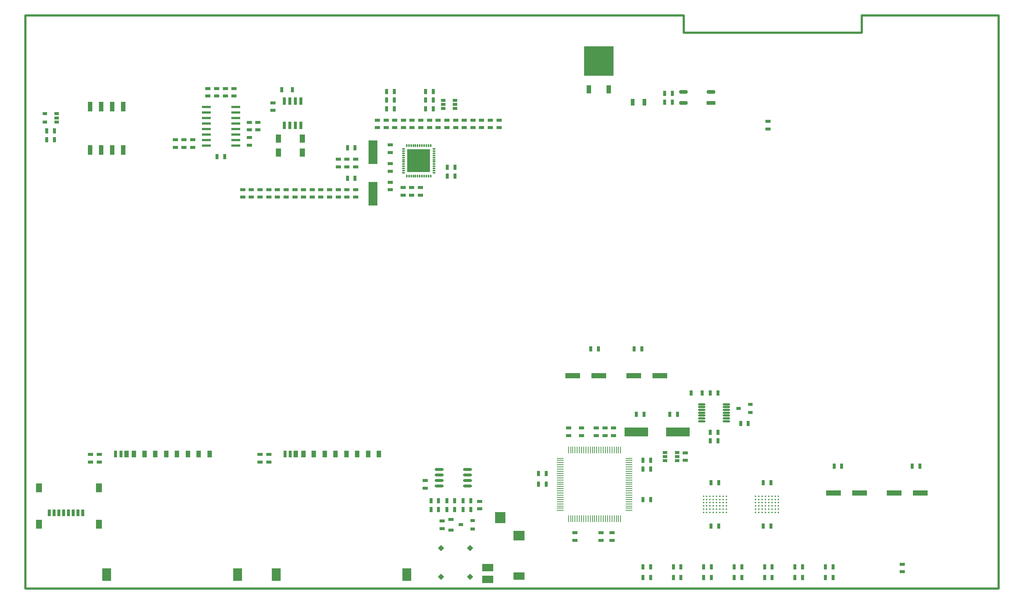
<source format=gtp>
%FSLAX44Y44*%
%MOMM*%
G71*
G01*
G75*
G04 Layer_Color=8421504*
%ADD10C,0.2000*%
%ADD11R,2.0000X3.0000*%
%ADD12R,1.0000X1.5000*%
%ADD13R,0.7000X1.5000*%
%ADD14R,1.0000X2.2000*%
%ADD15R,2.6000X1.8000*%
%ADD16R,2.4000X2.5000*%
%ADD17R,2.6000X2.2000*%
%ADD18R,3.5000X1.2000*%
%ADD19R,0.9500X1.6500*%
%ADD20R,0.9900X0.6900*%
%ADD21R,0.7500X1.3000*%
%ADD22R,1.0000X1.9000*%
%ADD23R,6.8000X6.9000*%
%ADD24P,1.4142X4X180.0*%
%ADD25P,1.4142X4X90.0*%
%ADD26O,1.7000X0.4500*%
%ADD27R,5.3000X5.3000*%
%ADD28O,0.3000X0.8000*%
%ADD29O,0.8000X0.3000*%
%ADD30R,2.0000X0.6000*%
%ADD31O,2.1000X0.6000*%
%ADD32R,1.5500X0.2500*%
%ADD33R,0.2500X1.5500*%
%ADD34R,0.6500X1.7500*%
%ADD35O,2.0320X0.8890*%
%ADD36R,2.0320X0.8890*%
%ADD37R,1.4500X2.0000*%
%ADD38R,0.8000X1.5000*%
%ADD39R,5.5000X2.0000*%
%ADD40R,1.3000X1.9000*%
%ADD41C,0.3500*%
%ADD42R,1.3000X0.7500*%
%ADD43R,2.0000X5.5000*%
%ADD44C,1.0000*%
%ADD45C,2.5000*%
%ADD46C,0.2500*%
%ADD47C,0.5000*%
%ADD48C,1.5000*%
%ADD49C,1.8000*%
%ADD50C,0.1500*%
%ADD51C,0.1250*%
%ADD52C,1.9000*%
%ADD53R,1.9000X1.9000*%
%ADD54O,3.2000X1.4000*%
%ADD55O,1.3000X3.5000*%
%ADD56O,3.7000X1.4000*%
%ADD57R,3.6000X2.6000*%
%ADD58C,1.8000*%
%ADD59C,2.4000*%
%ADD60C,3.0000*%
%ADD61R,2.5000X2.5000*%
%ADD62C,2.5000*%
%ADD63C,5.0000*%
%ADD64C,1.8000*%
%ADD65R,1.8000X1.8000*%
%ADD66C,4.6000*%
%ADD67O,3.0000X1.4000*%
%ADD68O,1.4000X3.0000*%
%ADD69C,1.7000*%
%ADD70O,1.4000X2.0000*%
%ADD71C,2.5400*%
%ADD72R,2.0320X2.0320*%
%ADD73C,2.0320*%
%ADD74C,1.5000*%
%ADD75R,1.5000X1.5000*%
%ADD76C,1.6510*%
%ADD77R,1.6510X1.6510*%
%ADD78C,7.0000*%
%ADD79R,1.6510X1.6510*%
%ADD80C,0.6000*%
%ADD81C,1.0000*%
%ADD82C,0.4000*%
%ADD83C,0.2540*%
%ADD84C,0.1778*%
%ADD85C,0.6000*%
%ADD86C,0.1250*%
%ADD87C,0.2032*%
%ADD88C,0.0100*%
%ADD89C,0.0800*%
%ADD90C,0.1270*%
%ADD91R,1.0000X3.2500*%
%ADD92R,0.9000X1.4500*%
%ADD93R,1.1000X0.2000*%
%ADD94R,1.0001X3.2500*%
%ADD95R,1.0000X3.2500*%
D11*
X488200Y32500D02*
D03*
X187200D02*
D03*
X878200D02*
D03*
X577200D02*
D03*
D12*
X423800Y310000D02*
D03*
X232500D02*
D03*
X249500D02*
D03*
X398800D02*
D03*
X373800D02*
D03*
X348800D02*
D03*
X323800D02*
D03*
X298800D02*
D03*
X273800D02*
D03*
X813800D02*
D03*
X622500D02*
D03*
X639500D02*
D03*
X788800D02*
D03*
X763800D02*
D03*
X738800D02*
D03*
X713800D02*
D03*
X688800D02*
D03*
X663800D02*
D03*
D13*
X207500D02*
D03*
X219500D02*
D03*
X597500D02*
D03*
X609500D02*
D03*
D14*
X225400Y1010000D02*
D03*
X200000D02*
D03*
X174600D02*
D03*
X149200D02*
D03*
Y1110000D02*
D03*
X174600D02*
D03*
X200000D02*
D03*
X225400D02*
D03*
D15*
X1064000Y21000D02*
D03*
Y48000D02*
D03*
X1136000Y29000D02*
D03*
D16*
X1093000Y163000D02*
D03*
D17*
X1136000Y122000D02*
D03*
D18*
X1920000Y220000D02*
D03*
X1860000D02*
D03*
X2060000D02*
D03*
X2000000D02*
D03*
X1320000Y490000D02*
D03*
X1260000D02*
D03*
X1400000D02*
D03*
X1460000D02*
D03*
D19*
X1424750Y1120000D02*
D03*
X1397250D02*
D03*
D20*
X961250Y1115000D02*
D03*
Y1105500D02*
D03*
Y1124500D02*
D03*
X988750D02*
D03*
Y1115000D02*
D03*
Y1105500D02*
D03*
X1029750Y137500D02*
D03*
Y156500D02*
D03*
X1002250Y147000D02*
D03*
X44250Y1074500D02*
D03*
Y1093500D02*
D03*
X71750D02*
D03*
Y1084000D02*
D03*
Y1074500D02*
D03*
X1668750Y405500D02*
D03*
Y424500D02*
D03*
X1641250Y415000D02*
D03*
X1499750Y304000D02*
D03*
Y313500D02*
D03*
Y294500D02*
D03*
X1472250D02*
D03*
Y304000D02*
D03*
Y313500D02*
D03*
D21*
X614500Y1149000D02*
D03*
X589500D02*
D03*
X1561250Y50000D02*
D03*
X1578750D02*
D03*
X1561250Y25000D02*
D03*
X1578750D02*
D03*
X1841250D02*
D03*
X1858750D02*
D03*
X1841250Y50000D02*
D03*
X1858750D02*
D03*
X1578250Y244000D02*
D03*
X1595750D02*
D03*
Y144000D02*
D03*
X1578250D02*
D03*
X1576250Y360000D02*
D03*
X1593750D02*
D03*
X1007250Y182000D02*
D03*
X1024750D02*
D03*
X1007250Y202000D02*
D03*
X1024750D02*
D03*
X970250D02*
D03*
X987750D02*
D03*
X970250Y182000D02*
D03*
X987750D02*
D03*
X933250Y202000D02*
D03*
X950750D02*
D03*
X933250Y182000D02*
D03*
X950750D02*
D03*
X1715750Y144000D02*
D03*
X1698250D02*
D03*
Y244000D02*
D03*
X1715750D02*
D03*
X1500750Y401000D02*
D03*
X1483250D02*
D03*
X1406250D02*
D03*
X1423750D02*
D03*
X1421250Y295000D02*
D03*
X1438750D02*
D03*
X2058750Y282000D02*
D03*
X2041250D02*
D03*
X1861250D02*
D03*
X1878750D02*
D03*
X1181250Y240000D02*
D03*
X1198750D02*
D03*
X1181250Y265000D02*
D03*
X1198750D02*
D03*
X1438750Y205000D02*
D03*
X1421250D02*
D03*
X1438750Y275000D02*
D03*
X1421250D02*
D03*
X441250Y995000D02*
D03*
X458750D02*
D03*
X49250Y1054000D02*
D03*
X66750D02*
D03*
Y1034000D02*
D03*
X49250D02*
D03*
X831250Y1145000D02*
D03*
X848750D02*
D03*
X831250Y1125000D02*
D03*
X848750D02*
D03*
X831250Y1105000D02*
D03*
X848750D02*
D03*
X921250D02*
D03*
X938750D02*
D03*
X921250Y1125000D02*
D03*
X938750D02*
D03*
X921250Y1145000D02*
D03*
X938750D02*
D03*
X971250Y950000D02*
D03*
X988750D02*
D03*
X971250Y970000D02*
D03*
X988750D02*
D03*
X741250Y945000D02*
D03*
X758750D02*
D03*
X1593750Y340000D02*
D03*
X1576250D02*
D03*
X1557500Y450000D02*
D03*
X1532500D02*
D03*
X1593750D02*
D03*
X1576250D02*
D03*
X1663750Y380000D02*
D03*
X1646250D02*
D03*
X1488750Y1120000D02*
D03*
X1471250D02*
D03*
X1488750Y1140000D02*
D03*
X1471250D02*
D03*
X758750Y1015000D02*
D03*
X741250D02*
D03*
X1421250Y25000D02*
D03*
X1438750D02*
D03*
X1421250Y50000D02*
D03*
X1438750D02*
D03*
X1491250D02*
D03*
X1508750D02*
D03*
X1491250Y25000D02*
D03*
X1508750D02*
D03*
X1631250D02*
D03*
X1648750D02*
D03*
X1631250Y50000D02*
D03*
X1648750D02*
D03*
X1701250Y25000D02*
D03*
X1718750D02*
D03*
X1701250Y50000D02*
D03*
X1718750D02*
D03*
X1771250Y25000D02*
D03*
X1788750D02*
D03*
X1771250Y50000D02*
D03*
X1788750D02*
D03*
X1301250Y552000D02*
D03*
X1318750D02*
D03*
X1401250D02*
D03*
X1418750D02*
D03*
D22*
X1297252Y1149904D02*
D03*
X1342852D02*
D03*
D23*
X1320052Y1214904D02*
D03*
D24*
X1023234Y93234D02*
D03*
X956766Y26766D02*
D03*
D25*
X1023234Y26766D02*
D03*
X956766Y93234D02*
D03*
D26*
X1556592Y385450D02*
D03*
Y391950D02*
D03*
Y398450D02*
D03*
Y404950D02*
D03*
Y411450D02*
D03*
Y417950D02*
D03*
Y424450D02*
D03*
X1613592D02*
D03*
Y417950D02*
D03*
Y411450D02*
D03*
Y404950D02*
D03*
Y398450D02*
D03*
Y391950D02*
D03*
Y385450D02*
D03*
D27*
X905122Y985042D02*
D03*
D28*
X877622Y1020042D02*
D03*
X882622D02*
D03*
X887622D02*
D03*
X892622D02*
D03*
X897622D02*
D03*
X902622D02*
D03*
X907622D02*
D03*
X912622D02*
D03*
X917622D02*
D03*
X922622D02*
D03*
X927622D02*
D03*
X932622D02*
D03*
Y950042D02*
D03*
X927622D02*
D03*
X922622D02*
D03*
X917622D02*
D03*
X912622D02*
D03*
X907622D02*
D03*
X902622D02*
D03*
X897622D02*
D03*
X892622D02*
D03*
X887622D02*
D03*
X882622D02*
D03*
X877622D02*
D03*
D29*
X940122Y1012542D02*
D03*
Y1007542D02*
D03*
Y1002542D02*
D03*
Y997542D02*
D03*
Y992542D02*
D03*
Y987542D02*
D03*
Y982542D02*
D03*
Y977542D02*
D03*
Y972542D02*
D03*
Y967542D02*
D03*
Y962542D02*
D03*
Y957542D02*
D03*
X870122D02*
D03*
Y962542D02*
D03*
Y967542D02*
D03*
Y972542D02*
D03*
Y977542D02*
D03*
Y982542D02*
D03*
Y987542D02*
D03*
Y992542D02*
D03*
Y997542D02*
D03*
Y1002542D02*
D03*
Y1007542D02*
D03*
Y1012542D02*
D03*
D30*
X416000Y1109398D02*
D03*
Y1096698D02*
D03*
Y1083998D02*
D03*
Y1071298D02*
D03*
Y1058598D02*
D03*
Y1045898D02*
D03*
Y1033198D02*
D03*
Y1020498D02*
D03*
X484000Y1109398D02*
D03*
Y1096698D02*
D03*
Y1083998D02*
D03*
Y1071298D02*
D03*
Y1058598D02*
D03*
Y1045898D02*
D03*
Y1033198D02*
D03*
Y1020498D02*
D03*
D31*
X952516Y235900D02*
D03*
Y248600D02*
D03*
Y261300D02*
D03*
Y274000D02*
D03*
X1017516D02*
D03*
Y261300D02*
D03*
Y248600D02*
D03*
Y235900D02*
D03*
D32*
X1389000Y180000D02*
D03*
Y185000D02*
D03*
Y190000D02*
D03*
Y195000D02*
D03*
Y200000D02*
D03*
Y205000D02*
D03*
Y210000D02*
D03*
Y215000D02*
D03*
Y220000D02*
D03*
Y225000D02*
D03*
Y230000D02*
D03*
Y235000D02*
D03*
Y240000D02*
D03*
Y245000D02*
D03*
Y250000D02*
D03*
Y255000D02*
D03*
Y260000D02*
D03*
Y265000D02*
D03*
Y270000D02*
D03*
Y275000D02*
D03*
Y280000D02*
D03*
Y285000D02*
D03*
Y290000D02*
D03*
Y295000D02*
D03*
Y300000D02*
D03*
X1231000D02*
D03*
Y295000D02*
D03*
Y290000D02*
D03*
Y285000D02*
D03*
Y280000D02*
D03*
Y275000D02*
D03*
Y270000D02*
D03*
Y265000D02*
D03*
Y260000D02*
D03*
Y255000D02*
D03*
Y250000D02*
D03*
Y245000D02*
D03*
Y240000D02*
D03*
Y235000D02*
D03*
Y230000D02*
D03*
Y225000D02*
D03*
Y220000D02*
D03*
Y215000D02*
D03*
Y210000D02*
D03*
Y205000D02*
D03*
Y200000D02*
D03*
Y195000D02*
D03*
Y190000D02*
D03*
Y185000D02*
D03*
Y180000D02*
D03*
D33*
X1370000Y319000D02*
D03*
X1365000D02*
D03*
X1360000D02*
D03*
X1355000D02*
D03*
X1350000D02*
D03*
X1345000D02*
D03*
X1340000D02*
D03*
X1335000D02*
D03*
X1330000D02*
D03*
X1325000D02*
D03*
X1320000D02*
D03*
X1315000D02*
D03*
X1310000D02*
D03*
X1305000D02*
D03*
X1300000D02*
D03*
X1295000D02*
D03*
X1290000D02*
D03*
X1285000D02*
D03*
X1280000D02*
D03*
X1275000D02*
D03*
X1270000D02*
D03*
X1265000D02*
D03*
X1260000D02*
D03*
X1255000D02*
D03*
X1250000D02*
D03*
Y160750D02*
D03*
X1255000D02*
D03*
X1260000D02*
D03*
X1265000D02*
D03*
X1270000D02*
D03*
X1275000D02*
D03*
X1280000D02*
D03*
X1285000D02*
D03*
X1290000D02*
D03*
X1295000D02*
D03*
X1300000D02*
D03*
X1305000D02*
D03*
X1310000D02*
D03*
X1315000D02*
D03*
X1320000D02*
D03*
X1325000D02*
D03*
X1330000D02*
D03*
X1335000D02*
D03*
X1340000D02*
D03*
X1345000D02*
D03*
X1350000D02*
D03*
X1355000D02*
D03*
X1360000D02*
D03*
X1365000D02*
D03*
X1370000D02*
D03*
D34*
X595950Y1067000D02*
D03*
X634050Y1123000D02*
D03*
X621350D02*
D03*
X608650D02*
D03*
X595950D02*
D03*
X634050Y1067000D02*
D03*
X621350D02*
D03*
X608650D02*
D03*
D35*
X1514250Y1118300D02*
D03*
X1577750Y1143700D02*
D03*
X1514250D02*
D03*
D36*
X1577750Y1118300D02*
D03*
D37*
X31250Y148500D02*
D03*
X168750D02*
D03*
X31250Y231500D02*
D03*
X168750D02*
D03*
D38*
X132050Y174500D02*
D03*
X121050D02*
D03*
X110050D02*
D03*
X99050D02*
D03*
X88050D02*
D03*
X77050D02*
D03*
X66050D02*
D03*
X55050D02*
D03*
D39*
X1501500Y361000D02*
D03*
X1406500D02*
D03*
D40*
X637500Y1004000D02*
D03*
X582500D02*
D03*
Y1036000D02*
D03*
X637500D02*
D03*
D41*
X1613226Y212628D02*
D03*
Y205128D02*
D03*
Y197628D02*
D03*
Y190128D02*
D03*
Y182628D02*
D03*
Y175128D02*
D03*
X1605726Y212628D02*
D03*
Y205128D02*
D03*
Y197628D02*
D03*
Y190128D02*
D03*
Y182628D02*
D03*
Y175128D02*
D03*
X1598226Y212628D02*
D03*
Y205128D02*
D03*
Y197628D02*
D03*
Y190128D02*
D03*
Y182628D02*
D03*
Y175128D02*
D03*
X1590726Y212628D02*
D03*
Y205128D02*
D03*
Y197628D02*
D03*
Y190128D02*
D03*
Y182628D02*
D03*
Y175128D02*
D03*
X1583226Y212628D02*
D03*
Y205128D02*
D03*
Y197628D02*
D03*
Y190128D02*
D03*
Y182628D02*
D03*
Y175128D02*
D03*
X1575726Y212628D02*
D03*
Y205128D02*
D03*
Y197628D02*
D03*
Y190128D02*
D03*
Y182628D02*
D03*
Y175128D02*
D03*
X1568226Y212628D02*
D03*
Y205128D02*
D03*
Y197628D02*
D03*
Y190128D02*
D03*
Y182628D02*
D03*
Y175128D02*
D03*
X1560726Y212628D02*
D03*
Y205128D02*
D03*
Y197628D02*
D03*
Y190128D02*
D03*
Y182628D02*
D03*
Y175128D02*
D03*
X1733226Y212628D02*
D03*
Y205128D02*
D03*
Y197628D02*
D03*
Y190128D02*
D03*
Y182628D02*
D03*
Y175128D02*
D03*
X1725726Y212628D02*
D03*
Y205128D02*
D03*
Y197628D02*
D03*
Y190128D02*
D03*
Y182628D02*
D03*
Y175128D02*
D03*
X1718226Y212628D02*
D03*
Y205128D02*
D03*
Y197628D02*
D03*
Y190128D02*
D03*
Y182628D02*
D03*
Y175128D02*
D03*
X1710726Y212628D02*
D03*
Y205128D02*
D03*
Y197628D02*
D03*
Y190128D02*
D03*
Y182628D02*
D03*
Y175128D02*
D03*
X1703226Y212628D02*
D03*
Y205128D02*
D03*
Y197628D02*
D03*
Y190128D02*
D03*
Y182628D02*
D03*
Y175128D02*
D03*
X1695726Y212628D02*
D03*
Y205128D02*
D03*
Y197628D02*
D03*
Y190128D02*
D03*
Y182628D02*
D03*
Y175128D02*
D03*
X1688226Y212628D02*
D03*
Y205128D02*
D03*
Y197628D02*
D03*
Y190128D02*
D03*
Y182628D02*
D03*
Y175128D02*
D03*
X1680726Y212628D02*
D03*
Y205128D02*
D03*
Y197628D02*
D03*
Y190128D02*
D03*
Y182628D02*
D03*
Y175128D02*
D03*
D42*
X570000Y1118750D02*
D03*
Y1101250D02*
D03*
X1709000Y1058250D02*
D03*
Y1075750D02*
D03*
X959000Y138250D02*
D03*
Y155750D02*
D03*
X979000Y134500D02*
D03*
Y159500D02*
D03*
X1045000Y200750D02*
D03*
Y183250D02*
D03*
X1350000Y111250D02*
D03*
Y128750D02*
D03*
X1325000Y111250D02*
D03*
Y128750D02*
D03*
X1265000Y111250D02*
D03*
Y128750D02*
D03*
X1250000Y369750D02*
D03*
Y352250D02*
D03*
X1280000Y369750D02*
D03*
Y352250D02*
D03*
X1314000Y369750D02*
D03*
Y352250D02*
D03*
X1334000D02*
D03*
Y369750D02*
D03*
X1354000D02*
D03*
Y352250D02*
D03*
X385000Y1016250D02*
D03*
Y1033750D02*
D03*
X515000Y1021250D02*
D03*
Y1038750D02*
D03*
Y1073750D02*
D03*
Y1056250D02*
D03*
X535000D02*
D03*
Y1073750D02*
D03*
X420000Y1134250D02*
D03*
Y1151750D02*
D03*
X440000Y1134250D02*
D03*
Y1151750D02*
D03*
X460000Y1134250D02*
D03*
Y1151750D02*
D03*
X480000Y1134250D02*
D03*
Y1151750D02*
D03*
X365000Y1016250D02*
D03*
Y1033750D02*
D03*
X345000Y1016250D02*
D03*
Y1033750D02*
D03*
X920000Y231250D02*
D03*
Y248750D02*
D03*
X2018600Y56050D02*
D03*
Y38550D02*
D03*
X810000Y1061250D02*
D03*
Y1078750D02*
D03*
X830000Y1061250D02*
D03*
Y1078750D02*
D03*
X850000Y1061250D02*
D03*
Y1078750D02*
D03*
X870000Y1061250D02*
D03*
Y1078750D02*
D03*
X890000Y1061250D02*
D03*
Y1078750D02*
D03*
X910000Y1061250D02*
D03*
Y1078750D02*
D03*
X930000Y1061250D02*
D03*
Y1078750D02*
D03*
X950000Y1061250D02*
D03*
Y1078750D02*
D03*
X970000Y1061250D02*
D03*
Y1078750D02*
D03*
X990000Y1061250D02*
D03*
Y1078750D02*
D03*
X1010000Y1061250D02*
D03*
Y1078750D02*
D03*
X1030000Y1061250D02*
D03*
Y1078750D02*
D03*
X1050000Y1061250D02*
D03*
Y1078750D02*
D03*
X1070000Y1061250D02*
D03*
Y1078750D02*
D03*
X1090000Y1061250D02*
D03*
Y1078750D02*
D03*
X840000Y918250D02*
D03*
Y935750D02*
D03*
Y1021750D02*
D03*
Y1004250D02*
D03*
X869000Y923750D02*
D03*
Y906250D02*
D03*
X889000Y923750D02*
D03*
Y906250D02*
D03*
X909000Y923750D02*
D03*
Y906250D02*
D03*
X840000Y978750D02*
D03*
Y961250D02*
D03*
X720000Y988750D02*
D03*
Y971250D02*
D03*
X760000D02*
D03*
Y988750D02*
D03*
Y901250D02*
D03*
Y918750D02*
D03*
X740000Y901250D02*
D03*
Y918750D02*
D03*
X720000Y901250D02*
D03*
Y918750D02*
D03*
X700000Y901250D02*
D03*
Y918750D02*
D03*
X680000Y901250D02*
D03*
Y918750D02*
D03*
X660000Y901250D02*
D03*
Y918750D02*
D03*
X640000Y901250D02*
D03*
Y918750D02*
D03*
X620000Y901250D02*
D03*
Y918750D02*
D03*
X600000Y901250D02*
D03*
Y918750D02*
D03*
X580000Y901250D02*
D03*
Y918750D02*
D03*
X560000Y901250D02*
D03*
Y918750D02*
D03*
X540000Y901250D02*
D03*
Y918750D02*
D03*
X520000Y901250D02*
D03*
Y918750D02*
D03*
X500000Y901250D02*
D03*
Y918750D02*
D03*
X740000Y971250D02*
D03*
Y988750D02*
D03*
X560000Y308750D02*
D03*
Y291250D02*
D03*
X540000Y308750D02*
D03*
Y291250D02*
D03*
X150000D02*
D03*
Y308750D02*
D03*
X170000Y291250D02*
D03*
Y308750D02*
D03*
X1519000Y295250D02*
D03*
Y312750D02*
D03*
D43*
X800000Y1004500D02*
D03*
Y909500D02*
D03*
D47*
X2240000Y-0D02*
Y1320000D01*
X0Y-0D02*
X2240000D01*
X0D02*
Y1320000D01*
X1515000Y1280000D02*
Y1320000D01*
Y1280000D02*
X1925000D01*
Y1320000D01*
X2240000D01*
X0D02*
X1515000D01*
X0Y1320000D02*
X0Y1320000D01*
M02*

</source>
